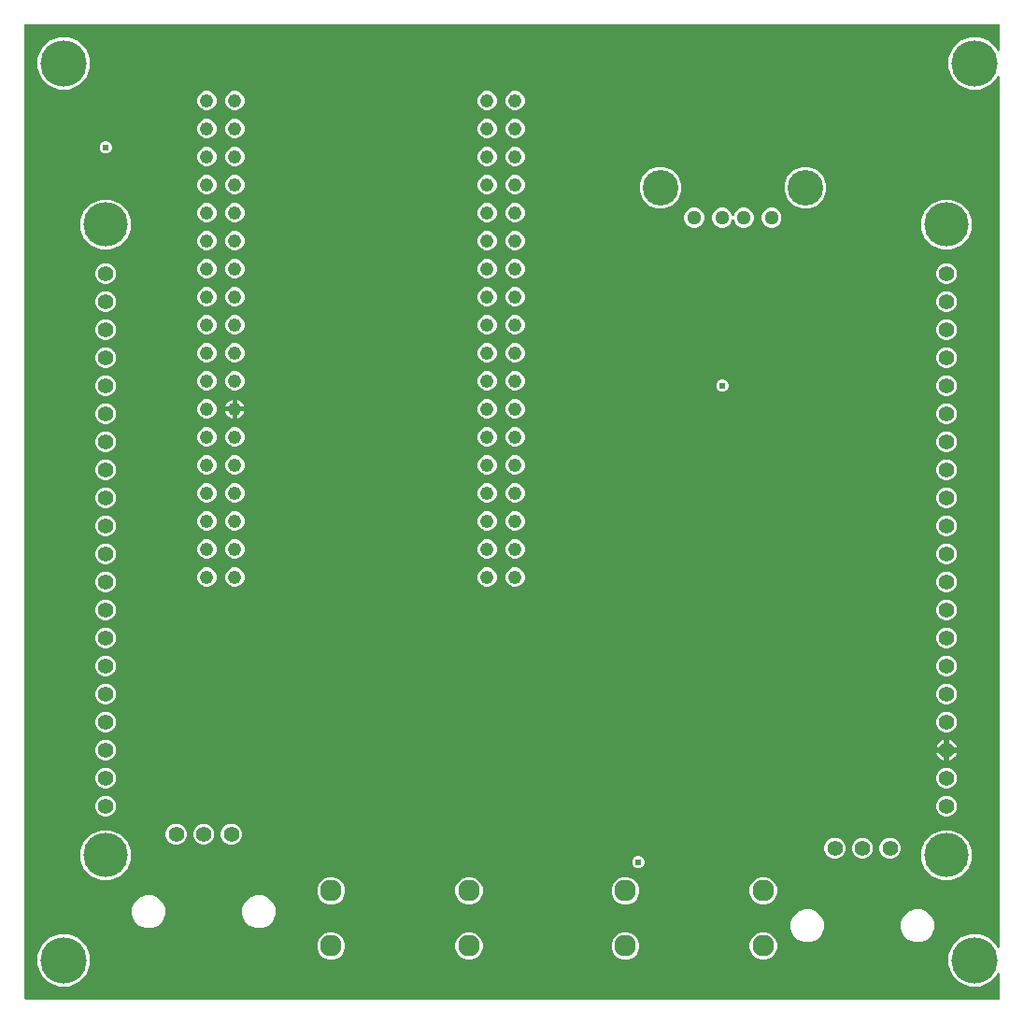
<source format=gbr>
G04 EAGLE Gerber RS-274X export*
G75*
%MOMM*%
%FSLAX34Y34*%
%LPD*%
%INCopper Layer 15*%
%IPPOS*%
%AMOC8*
5,1,8,0,0,1.08239X$1,22.5*%
G01*
%ADD10C,1.400000*%
%ADD11C,4.016000*%
%ADD12C,1.288000*%
%ADD13C,3.220000*%
%ADD14C,4.191000*%
%ADD15C,1.960000*%
%ADD16C,1.244600*%
%ADD17C,0.609600*%

G36*
X885308Y2556D02*
X885308Y2556D01*
X885427Y2563D01*
X885465Y2576D01*
X885506Y2581D01*
X885616Y2624D01*
X885729Y2661D01*
X885764Y2683D01*
X885801Y2698D01*
X885897Y2767D01*
X885998Y2831D01*
X886026Y2861D01*
X886059Y2884D01*
X886135Y2976D01*
X886216Y3063D01*
X886236Y3098D01*
X886261Y3129D01*
X886312Y3237D01*
X886370Y3341D01*
X886380Y3381D01*
X886397Y3417D01*
X886419Y3534D01*
X886449Y3649D01*
X886453Y3709D01*
X886457Y3729D01*
X886455Y3750D01*
X886459Y3810D01*
X886459Y25509D01*
X886451Y25578D01*
X886452Y25648D01*
X886431Y25735D01*
X886419Y25824D01*
X886394Y25889D01*
X886377Y25957D01*
X886335Y26037D01*
X886302Y26120D01*
X886261Y26177D01*
X886229Y26238D01*
X886168Y26305D01*
X886116Y26378D01*
X886062Y26422D01*
X886015Y26474D01*
X885940Y26523D01*
X885871Y26580D01*
X885807Y26610D01*
X885749Y26648D01*
X885664Y26678D01*
X885583Y26716D01*
X885514Y26729D01*
X885448Y26752D01*
X885359Y26759D01*
X885271Y26776D01*
X885201Y26771D01*
X885131Y26777D01*
X885043Y26761D01*
X884953Y26756D01*
X884887Y26734D01*
X884818Y26722D01*
X884736Y26686D01*
X884651Y26658D01*
X884592Y26621D01*
X884528Y26592D01*
X884458Y26536D01*
X884382Y26488D01*
X884334Y26437D01*
X884280Y26393D01*
X884225Y26321D01*
X884164Y26256D01*
X884130Y26195D01*
X884088Y26139D01*
X884017Y25995D01*
X883519Y24791D01*
X876909Y18181D01*
X868274Y14604D01*
X858926Y14604D01*
X850291Y18181D01*
X843681Y24791D01*
X840104Y33426D01*
X840104Y42774D01*
X843681Y51409D01*
X850291Y58019D01*
X858926Y61596D01*
X868274Y61596D01*
X876909Y58019D01*
X883519Y51409D01*
X884017Y50205D01*
X884052Y50145D01*
X884078Y50080D01*
X884130Y50007D01*
X884175Y49929D01*
X884223Y49879D01*
X884264Y49822D01*
X884334Y49765D01*
X884396Y49701D01*
X884456Y49664D01*
X884509Y49620D01*
X884591Y49581D01*
X884667Y49534D01*
X884734Y49514D01*
X884797Y49484D01*
X884885Y49467D01*
X884971Y49441D01*
X885041Y49437D01*
X885110Y49424D01*
X885199Y49430D01*
X885289Y49426D01*
X885357Y49440D01*
X885427Y49444D01*
X885512Y49472D01*
X885600Y49490D01*
X885663Y49521D01*
X885729Y49542D01*
X885805Y49590D01*
X885886Y49630D01*
X885939Y49675D01*
X885998Y49712D01*
X886060Y49778D01*
X886128Y49836D01*
X886168Y49893D01*
X886216Y49944D01*
X886259Y50023D01*
X886311Y50096D01*
X886336Y50161D01*
X886370Y50222D01*
X886392Y50309D01*
X886424Y50393D01*
X886432Y50463D01*
X886449Y50530D01*
X886459Y50691D01*
X886459Y838309D01*
X886451Y838378D01*
X886452Y838448D01*
X886431Y838535D01*
X886419Y838624D01*
X886394Y838689D01*
X886377Y838757D01*
X886335Y838837D01*
X886302Y838920D01*
X886261Y838977D01*
X886229Y839038D01*
X886168Y839105D01*
X886116Y839178D01*
X886062Y839222D01*
X886015Y839274D01*
X885940Y839323D01*
X885871Y839380D01*
X885807Y839410D01*
X885749Y839448D01*
X885664Y839478D01*
X885583Y839516D01*
X885514Y839529D01*
X885448Y839552D01*
X885359Y839559D01*
X885271Y839576D01*
X885201Y839571D01*
X885131Y839577D01*
X885043Y839561D01*
X884953Y839556D01*
X884887Y839534D01*
X884818Y839522D01*
X884736Y839486D01*
X884651Y839458D01*
X884592Y839421D01*
X884528Y839392D01*
X884458Y839336D01*
X884382Y839288D01*
X884334Y839237D01*
X884280Y839193D01*
X884225Y839121D01*
X884164Y839056D01*
X884130Y838995D01*
X884088Y838939D01*
X884017Y838795D01*
X883519Y837591D01*
X876909Y830981D01*
X868274Y827404D01*
X858926Y827404D01*
X850291Y830981D01*
X843681Y837591D01*
X840104Y846226D01*
X840104Y855574D01*
X843681Y864209D01*
X850291Y870819D01*
X858926Y874396D01*
X868274Y874396D01*
X876909Y870819D01*
X883519Y864209D01*
X884017Y863005D01*
X884052Y862945D01*
X884078Y862880D01*
X884130Y862807D01*
X884175Y862729D01*
X884223Y862679D01*
X884264Y862622D01*
X884334Y862565D01*
X884396Y862501D01*
X884456Y862464D01*
X884509Y862420D01*
X884591Y862381D01*
X884667Y862334D01*
X884734Y862314D01*
X884797Y862284D01*
X884885Y862267D01*
X884971Y862241D01*
X885041Y862237D01*
X885110Y862224D01*
X885199Y862230D01*
X885289Y862226D01*
X885357Y862240D01*
X885427Y862244D01*
X885512Y862272D01*
X885600Y862290D01*
X885663Y862321D01*
X885729Y862342D01*
X885805Y862390D01*
X885886Y862430D01*
X885939Y862475D01*
X885998Y862512D01*
X886060Y862578D01*
X886128Y862636D01*
X886168Y862693D01*
X886216Y862744D01*
X886259Y862823D01*
X886311Y862896D01*
X886336Y862961D01*
X886370Y863022D01*
X886392Y863109D01*
X886424Y863193D01*
X886432Y863263D01*
X886449Y863330D01*
X886459Y863491D01*
X886459Y885190D01*
X886444Y885308D01*
X886437Y885427D01*
X886424Y885465D01*
X886419Y885506D01*
X886376Y885616D01*
X886339Y885729D01*
X886317Y885764D01*
X886302Y885801D01*
X886233Y885897D01*
X886169Y885998D01*
X886139Y886026D01*
X886116Y886059D01*
X886024Y886135D01*
X885937Y886216D01*
X885902Y886236D01*
X885871Y886261D01*
X885763Y886312D01*
X885659Y886370D01*
X885619Y886380D01*
X885583Y886397D01*
X885466Y886419D01*
X885351Y886449D01*
X885291Y886453D01*
X885271Y886457D01*
X885250Y886455D01*
X885190Y886459D01*
X3810Y886459D01*
X3692Y886444D01*
X3573Y886437D01*
X3535Y886424D01*
X3494Y886419D01*
X3384Y886376D01*
X3271Y886339D01*
X3236Y886317D01*
X3199Y886302D01*
X3103Y886233D01*
X3002Y886169D01*
X2974Y886139D01*
X2941Y886116D01*
X2865Y886024D01*
X2784Y885937D01*
X2764Y885902D01*
X2739Y885871D01*
X2688Y885763D01*
X2630Y885659D01*
X2620Y885619D01*
X2603Y885583D01*
X2581Y885466D01*
X2551Y885351D01*
X2547Y885291D01*
X2543Y885271D01*
X2545Y885250D01*
X2541Y885190D01*
X2541Y3810D01*
X2556Y3692D01*
X2563Y3573D01*
X2576Y3535D01*
X2581Y3494D01*
X2624Y3384D01*
X2661Y3271D01*
X2683Y3236D01*
X2698Y3199D01*
X2767Y3103D01*
X2831Y3002D01*
X2861Y2974D01*
X2884Y2941D01*
X2976Y2865D01*
X3063Y2784D01*
X3098Y2764D01*
X3129Y2739D01*
X3237Y2688D01*
X3341Y2630D01*
X3381Y2620D01*
X3417Y2603D01*
X3534Y2581D01*
X3649Y2551D01*
X3709Y2547D01*
X3729Y2543D01*
X3750Y2545D01*
X3810Y2541D01*
X885190Y2541D01*
X885308Y2556D01*
G37*
%LPC*%
G36*
X33426Y827404D02*
X33426Y827404D01*
X24791Y830981D01*
X18181Y837591D01*
X14604Y846226D01*
X14604Y855574D01*
X18181Y864209D01*
X24791Y870819D01*
X33426Y874396D01*
X42774Y874396D01*
X51409Y870819D01*
X58019Y864209D01*
X61596Y855574D01*
X61596Y846226D01*
X58019Y837591D01*
X51409Y830981D01*
X42774Y827404D01*
X33426Y827404D01*
G37*
%LPD*%
%LPC*%
G36*
X33426Y14604D02*
X33426Y14604D01*
X24791Y18181D01*
X18181Y24791D01*
X14604Y33426D01*
X14604Y42774D01*
X18181Y51409D01*
X24791Y58019D01*
X33426Y61596D01*
X42774Y61596D01*
X51409Y58019D01*
X58019Y51409D01*
X61596Y42774D01*
X61596Y33426D01*
X58019Y24791D01*
X51409Y18181D01*
X42774Y14604D01*
X33426Y14604D01*
G37*
%LPD*%
%LPC*%
G36*
X833700Y110729D02*
X833700Y110729D01*
X825386Y114173D01*
X819023Y120536D01*
X815579Y128850D01*
X815579Y137850D01*
X819023Y146164D01*
X825386Y152527D01*
X833700Y155971D01*
X842700Y155971D01*
X851014Y152527D01*
X857377Y146164D01*
X860821Y137850D01*
X860821Y128850D01*
X857377Y120536D01*
X851014Y114173D01*
X842700Y110729D01*
X833700Y110729D01*
G37*
%LPD*%
%LPC*%
G36*
X71700Y110729D02*
X71700Y110729D01*
X63386Y114173D01*
X57023Y120536D01*
X53579Y128850D01*
X53579Y137850D01*
X57023Y146164D01*
X63386Y152527D01*
X71700Y155971D01*
X80700Y155971D01*
X89014Y152527D01*
X95377Y146164D01*
X98821Y137850D01*
X98821Y128850D01*
X95377Y120536D01*
X89014Y114173D01*
X80700Y110729D01*
X71700Y110729D01*
G37*
%LPD*%
%LPC*%
G36*
X833700Y682229D02*
X833700Y682229D01*
X825386Y685673D01*
X819023Y692036D01*
X815579Y700350D01*
X815579Y709350D01*
X819023Y717664D01*
X825386Y724027D01*
X833700Y727471D01*
X842700Y727471D01*
X851014Y724027D01*
X857377Y717664D01*
X860821Y709350D01*
X860821Y700350D01*
X857377Y692036D01*
X851014Y685673D01*
X842700Y682229D01*
X833700Y682229D01*
G37*
%LPD*%
%LPC*%
G36*
X71700Y682229D02*
X71700Y682229D01*
X63386Y685673D01*
X57023Y692036D01*
X53579Y700350D01*
X53579Y709350D01*
X57023Y717664D01*
X63386Y724027D01*
X71700Y727471D01*
X80700Y727471D01*
X89014Y724027D01*
X95377Y717664D01*
X98821Y709350D01*
X98821Y700350D01*
X95377Y692036D01*
X89014Y685673D01*
X80700Y682229D01*
X71700Y682229D01*
G37*
%LPD*%
%LPC*%
G36*
X575192Y719659D02*
X575192Y719659D01*
X568341Y722497D01*
X563097Y727741D01*
X560259Y734592D01*
X560259Y742008D01*
X563097Y748859D01*
X568341Y754103D01*
X575192Y756941D01*
X582608Y756941D01*
X589459Y754103D01*
X594703Y748859D01*
X597541Y742008D01*
X597541Y734592D01*
X594703Y727741D01*
X589459Y722497D01*
X582608Y719659D01*
X575192Y719659D01*
G37*
%LPD*%
%LPC*%
G36*
X706592Y719659D02*
X706592Y719659D01*
X699741Y722497D01*
X694497Y727741D01*
X691659Y734592D01*
X691659Y742008D01*
X694497Y748859D01*
X699741Y754103D01*
X706592Y756941D01*
X714008Y756941D01*
X720859Y754103D01*
X726103Y748859D01*
X728941Y742008D01*
X728941Y734592D01*
X726103Y727741D01*
X720859Y722497D01*
X714008Y719659D01*
X706592Y719659D01*
G37*
%LPD*%
%LPC*%
G36*
X212108Y67359D02*
X212108Y67359D01*
X206580Y69649D01*
X202349Y73880D01*
X200059Y79408D01*
X200059Y85392D01*
X202349Y90920D01*
X206580Y95151D01*
X212108Y97441D01*
X218092Y97441D01*
X223620Y95151D01*
X227851Y90920D01*
X230141Y85392D01*
X230141Y79408D01*
X227851Y73880D01*
X223620Y69649D01*
X218092Y67359D01*
X212108Y67359D01*
G37*
%LPD*%
%LPC*%
G36*
X809008Y54659D02*
X809008Y54659D01*
X803480Y56949D01*
X799249Y61180D01*
X796959Y66708D01*
X796959Y72692D01*
X799249Y78220D01*
X803480Y82451D01*
X809008Y84741D01*
X814992Y84741D01*
X820520Y82451D01*
X824751Y78220D01*
X827041Y72692D01*
X827041Y66708D01*
X824751Y61180D01*
X820520Y56949D01*
X814992Y54659D01*
X809008Y54659D01*
G37*
%LPD*%
%LPC*%
G36*
X709008Y54659D02*
X709008Y54659D01*
X703480Y56949D01*
X699249Y61180D01*
X696959Y66708D01*
X696959Y72692D01*
X699249Y78220D01*
X703480Y82451D01*
X709008Y84741D01*
X714992Y84741D01*
X720520Y82451D01*
X724751Y78220D01*
X727041Y72692D01*
X727041Y66708D01*
X724751Y61180D01*
X720520Y56949D01*
X714992Y54659D01*
X709008Y54659D01*
G37*
%LPD*%
%LPC*%
G36*
X112108Y67359D02*
X112108Y67359D01*
X106580Y69649D01*
X102349Y73880D01*
X100059Y79408D01*
X100059Y85392D01*
X102349Y90920D01*
X106580Y95151D01*
X112108Y97441D01*
X118092Y97441D01*
X123620Y95151D01*
X127851Y90920D01*
X130141Y85392D01*
X130141Y79408D01*
X127851Y73880D01*
X123620Y69649D01*
X118092Y67359D01*
X112108Y67359D01*
G37*
%LPD*%
%LPC*%
G36*
X632814Y702219D02*
X632814Y702219D01*
X629513Y703586D01*
X626986Y706113D01*
X625619Y709414D01*
X625619Y712986D01*
X626986Y716287D01*
X629513Y718814D01*
X632814Y720181D01*
X636386Y720181D01*
X639687Y718814D01*
X642214Y716287D01*
X643427Y713357D01*
X643496Y713236D01*
X643561Y713113D01*
X643575Y713098D01*
X643585Y713080D01*
X643682Y712980D01*
X643775Y712878D01*
X643792Y712866D01*
X643806Y712852D01*
X643924Y712779D01*
X644041Y712703D01*
X644060Y712696D01*
X644077Y712686D01*
X644210Y712645D01*
X644342Y712600D01*
X644362Y712598D01*
X644381Y712592D01*
X644520Y712585D01*
X644659Y712574D01*
X644679Y712578D01*
X644699Y712577D01*
X644835Y712605D01*
X644972Y712629D01*
X644991Y712637D01*
X645010Y712641D01*
X645135Y712702D01*
X645262Y712759D01*
X645278Y712772D01*
X645296Y712781D01*
X645402Y712871D01*
X645510Y712958D01*
X645523Y712974D01*
X645538Y712987D01*
X645618Y713101D01*
X645702Y713212D01*
X645714Y713237D01*
X645721Y713247D01*
X645728Y713267D01*
X645773Y713357D01*
X646986Y716287D01*
X649513Y718814D01*
X652814Y720181D01*
X656386Y720181D01*
X659687Y718814D01*
X662214Y716287D01*
X663581Y712986D01*
X663581Y709414D01*
X662214Y706113D01*
X659687Y703586D01*
X656386Y702219D01*
X652814Y702219D01*
X649513Y703586D01*
X646986Y706113D01*
X645773Y709043D01*
X645704Y709164D01*
X645639Y709287D01*
X645625Y709302D01*
X645615Y709320D01*
X645518Y709420D01*
X645425Y709522D01*
X645408Y709533D01*
X645394Y709548D01*
X645275Y709621D01*
X645159Y709697D01*
X645140Y709704D01*
X645123Y709714D01*
X644990Y709755D01*
X644858Y709800D01*
X644838Y709802D01*
X644819Y709808D01*
X644680Y709815D01*
X644541Y709826D01*
X644521Y709822D01*
X644501Y709823D01*
X644365Y709795D01*
X644228Y709771D01*
X644209Y709763D01*
X644190Y709759D01*
X644064Y709697D01*
X643938Y709641D01*
X643922Y709628D01*
X643904Y709619D01*
X643798Y709529D01*
X643690Y709442D01*
X643677Y709426D01*
X643662Y709413D01*
X643582Y709299D01*
X643498Y709188D01*
X643486Y709163D01*
X643479Y709153D01*
X643472Y709133D01*
X643427Y709043D01*
X642214Y706113D01*
X639687Y703586D01*
X636386Y702219D01*
X632814Y702219D01*
G37*
%LPD*%
%LPC*%
G36*
X669645Y88859D02*
X669645Y88859D01*
X665110Y90738D01*
X661638Y94210D01*
X659759Y98745D01*
X659759Y103655D01*
X661638Y108190D01*
X665110Y111662D01*
X669645Y113541D01*
X674555Y113541D01*
X679090Y111662D01*
X682562Y108190D01*
X684441Y103655D01*
X684441Y98745D01*
X682562Y94210D01*
X679090Y90738D01*
X674555Y88859D01*
X669645Y88859D01*
G37*
%LPD*%
%LPC*%
G36*
X402945Y38859D02*
X402945Y38859D01*
X398410Y40738D01*
X394938Y44210D01*
X393059Y48745D01*
X393059Y53655D01*
X394938Y58190D01*
X398410Y61662D01*
X402945Y63541D01*
X407855Y63541D01*
X412390Y61662D01*
X415862Y58190D01*
X417741Y53655D01*
X417741Y48745D01*
X415862Y44210D01*
X412390Y40738D01*
X407855Y38859D01*
X402945Y38859D01*
G37*
%LPD*%
%LPC*%
G36*
X402945Y88859D02*
X402945Y88859D01*
X398410Y90738D01*
X394938Y94210D01*
X393059Y98745D01*
X393059Y103655D01*
X394938Y108190D01*
X398410Y111662D01*
X402945Y113541D01*
X407855Y113541D01*
X412390Y111662D01*
X415862Y108190D01*
X417741Y103655D01*
X417741Y98745D01*
X415862Y94210D01*
X412390Y90738D01*
X407855Y88859D01*
X402945Y88859D01*
G37*
%LPD*%
%LPC*%
G36*
X277945Y88859D02*
X277945Y88859D01*
X273410Y90738D01*
X269938Y94210D01*
X268059Y98745D01*
X268059Y103655D01*
X269938Y108190D01*
X273410Y111662D01*
X277945Y113541D01*
X282855Y113541D01*
X287390Y111662D01*
X290862Y108190D01*
X292741Y103655D01*
X292741Y98745D01*
X290862Y94210D01*
X287390Y90738D01*
X282855Y88859D01*
X277945Y88859D01*
G37*
%LPD*%
%LPC*%
G36*
X544645Y38859D02*
X544645Y38859D01*
X540110Y40738D01*
X536638Y44210D01*
X534759Y48745D01*
X534759Y53655D01*
X536638Y58190D01*
X540110Y61662D01*
X544645Y63541D01*
X549555Y63541D01*
X554090Y61662D01*
X557562Y58190D01*
X559441Y53655D01*
X559441Y48745D01*
X557562Y44210D01*
X554090Y40738D01*
X549555Y38859D01*
X544645Y38859D01*
G37*
%LPD*%
%LPC*%
G36*
X669645Y38859D02*
X669645Y38859D01*
X665110Y40738D01*
X661638Y44210D01*
X659759Y48745D01*
X659759Y53655D01*
X661638Y58190D01*
X665110Y61662D01*
X669645Y63541D01*
X674555Y63541D01*
X679090Y61662D01*
X682562Y58190D01*
X684441Y53655D01*
X684441Y48745D01*
X682562Y44210D01*
X679090Y40738D01*
X674555Y38859D01*
X669645Y38859D01*
G37*
%LPD*%
%LPC*%
G36*
X277945Y38859D02*
X277945Y38859D01*
X273410Y40738D01*
X269938Y44210D01*
X268059Y48745D01*
X268059Y53655D01*
X269938Y58190D01*
X273410Y61662D01*
X277945Y63541D01*
X282855Y63541D01*
X287390Y61662D01*
X290862Y58190D01*
X292741Y53655D01*
X292741Y48745D01*
X290862Y44210D01*
X287390Y40738D01*
X282855Y38859D01*
X277945Y38859D01*
G37*
%LPD*%
%LPC*%
G36*
X544645Y88859D02*
X544645Y88859D01*
X540110Y90738D01*
X536638Y94210D01*
X534759Y98745D01*
X534759Y103655D01*
X536638Y108190D01*
X540110Y111662D01*
X544645Y113541D01*
X549555Y113541D01*
X554090Y111662D01*
X557562Y108190D01*
X559441Y103655D01*
X559441Y98745D01*
X557562Y94210D01*
X554090Y90738D01*
X549555Y88859D01*
X544645Y88859D01*
G37*
%LPD*%
%LPC*%
G36*
X735102Y130159D02*
X735102Y130159D01*
X731596Y131612D01*
X728912Y134296D01*
X727459Y137802D01*
X727459Y141598D01*
X728912Y145104D01*
X731596Y147788D01*
X735102Y149241D01*
X738898Y149241D01*
X742404Y147788D01*
X745088Y145104D01*
X746541Y141598D01*
X746541Y137802D01*
X745088Y134296D01*
X742404Y131612D01*
X738898Y130159D01*
X735102Y130159D01*
G37*
%LPD*%
%LPC*%
G36*
X138202Y142859D02*
X138202Y142859D01*
X134696Y144312D01*
X132012Y146996D01*
X130559Y150502D01*
X130559Y154298D01*
X132012Y157804D01*
X134696Y160488D01*
X138202Y161941D01*
X141998Y161941D01*
X145504Y160488D01*
X148188Y157804D01*
X149641Y154298D01*
X149641Y150502D01*
X148188Y146996D01*
X145504Y144312D01*
X141998Y142859D01*
X138202Y142859D01*
G37*
%LPD*%
%LPC*%
G36*
X163202Y142859D02*
X163202Y142859D01*
X159696Y144312D01*
X157012Y146996D01*
X155559Y150502D01*
X155559Y154298D01*
X157012Y157804D01*
X159696Y160488D01*
X163202Y161941D01*
X166998Y161941D01*
X170504Y160488D01*
X173188Y157804D01*
X174641Y154298D01*
X174641Y150502D01*
X173188Y146996D01*
X170504Y144312D01*
X166998Y142859D01*
X163202Y142859D01*
G37*
%LPD*%
%LPC*%
G36*
X188202Y142859D02*
X188202Y142859D01*
X184696Y144312D01*
X182012Y146996D01*
X180559Y150502D01*
X180559Y154298D01*
X182012Y157804D01*
X184696Y160488D01*
X188202Y161941D01*
X191998Y161941D01*
X195504Y160488D01*
X198188Y157804D01*
X199641Y154298D01*
X199641Y150502D01*
X198188Y146996D01*
X195504Y144312D01*
X191998Y142859D01*
X188202Y142859D01*
G37*
%LPD*%
%LPC*%
G36*
X74302Y168259D02*
X74302Y168259D01*
X70796Y169712D01*
X68112Y172396D01*
X66659Y175902D01*
X66659Y179698D01*
X68112Y183204D01*
X70796Y185888D01*
X74302Y187341D01*
X78098Y187341D01*
X81604Y185888D01*
X84288Y183204D01*
X85741Y179698D01*
X85741Y175902D01*
X84288Y172396D01*
X81604Y169712D01*
X78098Y168259D01*
X74302Y168259D01*
G37*
%LPD*%
%LPC*%
G36*
X785102Y130159D02*
X785102Y130159D01*
X781596Y131612D01*
X778912Y134296D01*
X777459Y137802D01*
X777459Y141598D01*
X778912Y145104D01*
X781596Y147788D01*
X785102Y149241D01*
X788898Y149241D01*
X792404Y147788D01*
X795088Y145104D01*
X796541Y141598D01*
X796541Y137802D01*
X795088Y134296D01*
X792404Y131612D01*
X788898Y130159D01*
X785102Y130159D01*
G37*
%LPD*%
%LPC*%
G36*
X836302Y523859D02*
X836302Y523859D01*
X832796Y525312D01*
X830112Y527996D01*
X828659Y531502D01*
X828659Y535298D01*
X830112Y538804D01*
X832796Y541488D01*
X836302Y542941D01*
X840098Y542941D01*
X843604Y541488D01*
X846288Y538804D01*
X847741Y535298D01*
X847741Y531502D01*
X846288Y527996D01*
X843604Y525312D01*
X840098Y523859D01*
X836302Y523859D01*
G37*
%LPD*%
%LPC*%
G36*
X74302Y523859D02*
X74302Y523859D01*
X70796Y525312D01*
X68112Y527996D01*
X66659Y531502D01*
X66659Y535298D01*
X68112Y538804D01*
X70796Y541488D01*
X74302Y542941D01*
X78098Y542941D01*
X81604Y541488D01*
X84288Y538804D01*
X85741Y535298D01*
X85741Y531502D01*
X84288Y527996D01*
X81604Y525312D01*
X78098Y523859D01*
X74302Y523859D01*
G37*
%LPD*%
%LPC*%
G36*
X836302Y168259D02*
X836302Y168259D01*
X832796Y169712D01*
X830112Y172396D01*
X828659Y175902D01*
X828659Y179698D01*
X830112Y183204D01*
X832796Y185888D01*
X836302Y187341D01*
X840098Y187341D01*
X843604Y185888D01*
X846288Y183204D01*
X847741Y179698D01*
X847741Y175902D01*
X846288Y172396D01*
X843604Y169712D01*
X840098Y168259D01*
X836302Y168259D01*
G37*
%LPD*%
%LPC*%
G36*
X74302Y193659D02*
X74302Y193659D01*
X70796Y195112D01*
X68112Y197796D01*
X66659Y201302D01*
X66659Y205098D01*
X68112Y208604D01*
X70796Y211288D01*
X74302Y212741D01*
X78098Y212741D01*
X81604Y211288D01*
X84288Y208604D01*
X85741Y205098D01*
X85741Y201302D01*
X84288Y197796D01*
X81604Y195112D01*
X78098Y193659D01*
X74302Y193659D01*
G37*
%LPD*%
%LPC*%
G36*
X836302Y193659D02*
X836302Y193659D01*
X832796Y195112D01*
X830112Y197796D01*
X828659Y201302D01*
X828659Y205098D01*
X830112Y208604D01*
X832796Y211288D01*
X836302Y212741D01*
X840098Y212741D01*
X843604Y211288D01*
X846288Y208604D01*
X847741Y205098D01*
X847741Y201302D01*
X846288Y197796D01*
X843604Y195112D01*
X840098Y193659D01*
X836302Y193659D01*
G37*
%LPD*%
%LPC*%
G36*
X74302Y219059D02*
X74302Y219059D01*
X70796Y220512D01*
X68112Y223196D01*
X66659Y226702D01*
X66659Y230498D01*
X68112Y234004D01*
X70796Y236688D01*
X74302Y238141D01*
X78098Y238141D01*
X81604Y236688D01*
X84288Y234004D01*
X85741Y230498D01*
X85741Y226702D01*
X84288Y223196D01*
X81604Y220512D01*
X78098Y219059D01*
X74302Y219059D01*
G37*
%LPD*%
%LPC*%
G36*
X74302Y244459D02*
X74302Y244459D01*
X70796Y245912D01*
X68112Y248596D01*
X66659Y252102D01*
X66659Y255898D01*
X68112Y259404D01*
X70796Y262088D01*
X74302Y263541D01*
X78098Y263541D01*
X81604Y262088D01*
X84288Y259404D01*
X85741Y255898D01*
X85741Y252102D01*
X84288Y248596D01*
X81604Y245912D01*
X78098Y244459D01*
X74302Y244459D01*
G37*
%LPD*%
%LPC*%
G36*
X836302Y244459D02*
X836302Y244459D01*
X832796Y245912D01*
X830112Y248596D01*
X828659Y252102D01*
X828659Y255898D01*
X830112Y259404D01*
X832796Y262088D01*
X836302Y263541D01*
X840098Y263541D01*
X843604Y262088D01*
X846288Y259404D01*
X847741Y255898D01*
X847741Y252102D01*
X846288Y248596D01*
X843604Y245912D01*
X840098Y244459D01*
X836302Y244459D01*
G37*
%LPD*%
%LPC*%
G36*
X74302Y269859D02*
X74302Y269859D01*
X70796Y271312D01*
X68112Y273996D01*
X66659Y277502D01*
X66659Y281298D01*
X68112Y284804D01*
X70796Y287488D01*
X74302Y288941D01*
X78098Y288941D01*
X81604Y287488D01*
X84288Y284804D01*
X85741Y281298D01*
X85741Y277502D01*
X84288Y273996D01*
X81604Y271312D01*
X78098Y269859D01*
X74302Y269859D01*
G37*
%LPD*%
%LPC*%
G36*
X836302Y269859D02*
X836302Y269859D01*
X832796Y271312D01*
X830112Y273996D01*
X828659Y277502D01*
X828659Y281298D01*
X830112Y284804D01*
X832796Y287488D01*
X836302Y288941D01*
X840098Y288941D01*
X843604Y287488D01*
X846288Y284804D01*
X847741Y281298D01*
X847741Y277502D01*
X846288Y273996D01*
X843604Y271312D01*
X840098Y269859D01*
X836302Y269859D01*
G37*
%LPD*%
%LPC*%
G36*
X836302Y650859D02*
X836302Y650859D01*
X832796Y652312D01*
X830112Y654996D01*
X828659Y658502D01*
X828659Y662298D01*
X830112Y665804D01*
X832796Y668488D01*
X836302Y669941D01*
X840098Y669941D01*
X843604Y668488D01*
X846288Y665804D01*
X847741Y662298D01*
X847741Y658502D01*
X846288Y654996D01*
X843604Y652312D01*
X840098Y650859D01*
X836302Y650859D01*
G37*
%LPD*%
%LPC*%
G36*
X74302Y650859D02*
X74302Y650859D01*
X70796Y652312D01*
X68112Y654996D01*
X66659Y658502D01*
X66659Y662298D01*
X68112Y665804D01*
X70796Y668488D01*
X74302Y669941D01*
X78098Y669941D01*
X81604Y668488D01*
X84288Y665804D01*
X85741Y662298D01*
X85741Y658502D01*
X84288Y654996D01*
X81604Y652312D01*
X78098Y650859D01*
X74302Y650859D01*
G37*
%LPD*%
%LPC*%
G36*
X74302Y295259D02*
X74302Y295259D01*
X70796Y296712D01*
X68112Y299396D01*
X66659Y302902D01*
X66659Y306698D01*
X68112Y310204D01*
X70796Y312888D01*
X74302Y314341D01*
X78098Y314341D01*
X81604Y312888D01*
X84288Y310204D01*
X85741Y306698D01*
X85741Y302902D01*
X84288Y299396D01*
X81604Y296712D01*
X78098Y295259D01*
X74302Y295259D01*
G37*
%LPD*%
%LPC*%
G36*
X836302Y295259D02*
X836302Y295259D01*
X832796Y296712D01*
X830112Y299396D01*
X828659Y302902D01*
X828659Y306698D01*
X830112Y310204D01*
X832796Y312888D01*
X836302Y314341D01*
X840098Y314341D01*
X843604Y312888D01*
X846288Y310204D01*
X847741Y306698D01*
X847741Y302902D01*
X846288Y299396D01*
X843604Y296712D01*
X840098Y295259D01*
X836302Y295259D01*
G37*
%LPD*%
%LPC*%
G36*
X74302Y320659D02*
X74302Y320659D01*
X70796Y322112D01*
X68112Y324796D01*
X66659Y328302D01*
X66659Y332098D01*
X68112Y335604D01*
X70796Y338288D01*
X74302Y339741D01*
X78098Y339741D01*
X81604Y338288D01*
X84288Y335604D01*
X85741Y332098D01*
X85741Y328302D01*
X84288Y324796D01*
X81604Y322112D01*
X78098Y320659D01*
X74302Y320659D01*
G37*
%LPD*%
%LPC*%
G36*
X836302Y320659D02*
X836302Y320659D01*
X832796Y322112D01*
X830112Y324796D01*
X828659Y328302D01*
X828659Y332098D01*
X830112Y335604D01*
X832796Y338288D01*
X836302Y339741D01*
X840098Y339741D01*
X843604Y338288D01*
X846288Y335604D01*
X847741Y332098D01*
X847741Y328302D01*
X846288Y324796D01*
X843604Y322112D01*
X840098Y320659D01*
X836302Y320659D01*
G37*
%LPD*%
%LPC*%
G36*
X836302Y625459D02*
X836302Y625459D01*
X832796Y626912D01*
X830112Y629596D01*
X828659Y633102D01*
X828659Y636898D01*
X830112Y640404D01*
X832796Y643088D01*
X836302Y644541D01*
X840098Y644541D01*
X843604Y643088D01*
X846288Y640404D01*
X847741Y636898D01*
X847741Y633102D01*
X846288Y629596D01*
X843604Y626912D01*
X840098Y625459D01*
X836302Y625459D01*
G37*
%LPD*%
%LPC*%
G36*
X74302Y625459D02*
X74302Y625459D01*
X70796Y626912D01*
X68112Y629596D01*
X66659Y633102D01*
X66659Y636898D01*
X68112Y640404D01*
X70796Y643088D01*
X74302Y644541D01*
X78098Y644541D01*
X81604Y643088D01*
X84288Y640404D01*
X85741Y636898D01*
X85741Y633102D01*
X84288Y629596D01*
X81604Y626912D01*
X78098Y625459D01*
X74302Y625459D01*
G37*
%LPD*%
%LPC*%
G36*
X74302Y346059D02*
X74302Y346059D01*
X70796Y347512D01*
X68112Y350196D01*
X66659Y353702D01*
X66659Y357498D01*
X68112Y361004D01*
X70796Y363688D01*
X74302Y365141D01*
X78098Y365141D01*
X81604Y363688D01*
X84288Y361004D01*
X85741Y357498D01*
X85741Y353702D01*
X84288Y350196D01*
X81604Y347512D01*
X78098Y346059D01*
X74302Y346059D01*
G37*
%LPD*%
%LPC*%
G36*
X836302Y346059D02*
X836302Y346059D01*
X832796Y347512D01*
X830112Y350196D01*
X828659Y353702D01*
X828659Y357498D01*
X830112Y361004D01*
X832796Y363688D01*
X836302Y365141D01*
X840098Y365141D01*
X843604Y363688D01*
X846288Y361004D01*
X847741Y357498D01*
X847741Y353702D01*
X846288Y350196D01*
X843604Y347512D01*
X840098Y346059D01*
X836302Y346059D01*
G37*
%LPD*%
%LPC*%
G36*
X74302Y371459D02*
X74302Y371459D01*
X70796Y372912D01*
X68112Y375596D01*
X66659Y379102D01*
X66659Y382898D01*
X68112Y386404D01*
X70796Y389088D01*
X74302Y390541D01*
X78098Y390541D01*
X81604Y389088D01*
X84288Y386404D01*
X85741Y382898D01*
X85741Y379102D01*
X84288Y375596D01*
X81604Y372912D01*
X78098Y371459D01*
X74302Y371459D01*
G37*
%LPD*%
%LPC*%
G36*
X836302Y371459D02*
X836302Y371459D01*
X832796Y372912D01*
X830112Y375596D01*
X828659Y379102D01*
X828659Y382898D01*
X830112Y386404D01*
X832796Y389088D01*
X836302Y390541D01*
X840098Y390541D01*
X843604Y389088D01*
X846288Y386404D01*
X847741Y382898D01*
X847741Y379102D01*
X846288Y375596D01*
X843604Y372912D01*
X840098Y371459D01*
X836302Y371459D01*
G37*
%LPD*%
%LPC*%
G36*
X836302Y600059D02*
X836302Y600059D01*
X832796Y601512D01*
X830112Y604196D01*
X828659Y607702D01*
X828659Y611498D01*
X830112Y615004D01*
X832796Y617688D01*
X836302Y619141D01*
X840098Y619141D01*
X843604Y617688D01*
X846288Y615004D01*
X847741Y611498D01*
X847741Y607702D01*
X846288Y604196D01*
X843604Y601512D01*
X840098Y600059D01*
X836302Y600059D01*
G37*
%LPD*%
%LPC*%
G36*
X74302Y600059D02*
X74302Y600059D01*
X70796Y601512D01*
X68112Y604196D01*
X66659Y607702D01*
X66659Y611498D01*
X68112Y615004D01*
X70796Y617688D01*
X74302Y619141D01*
X78098Y619141D01*
X81604Y617688D01*
X84288Y615004D01*
X85741Y611498D01*
X85741Y607702D01*
X84288Y604196D01*
X81604Y601512D01*
X78098Y600059D01*
X74302Y600059D01*
G37*
%LPD*%
%LPC*%
G36*
X74302Y396859D02*
X74302Y396859D01*
X70796Y398312D01*
X68112Y400996D01*
X66659Y404502D01*
X66659Y408298D01*
X68112Y411804D01*
X70796Y414488D01*
X74302Y415941D01*
X78098Y415941D01*
X81604Y414488D01*
X84288Y411804D01*
X85741Y408298D01*
X85741Y404502D01*
X84288Y400996D01*
X81604Y398312D01*
X78098Y396859D01*
X74302Y396859D01*
G37*
%LPD*%
%LPC*%
G36*
X836302Y396859D02*
X836302Y396859D01*
X832796Y398312D01*
X830112Y400996D01*
X828659Y404502D01*
X828659Y408298D01*
X830112Y411804D01*
X832796Y414488D01*
X836302Y415941D01*
X840098Y415941D01*
X843604Y414488D01*
X846288Y411804D01*
X847741Y408298D01*
X847741Y404502D01*
X846288Y400996D01*
X843604Y398312D01*
X840098Y396859D01*
X836302Y396859D01*
G37*
%LPD*%
%LPC*%
G36*
X74302Y422259D02*
X74302Y422259D01*
X70796Y423712D01*
X68112Y426396D01*
X66659Y429902D01*
X66659Y433698D01*
X68112Y437204D01*
X70796Y439888D01*
X74302Y441341D01*
X78098Y441341D01*
X81604Y439888D01*
X84288Y437204D01*
X85741Y433698D01*
X85741Y429902D01*
X84288Y426396D01*
X81604Y423712D01*
X78098Y422259D01*
X74302Y422259D01*
G37*
%LPD*%
%LPC*%
G36*
X836302Y422259D02*
X836302Y422259D01*
X832796Y423712D01*
X830112Y426396D01*
X828659Y429902D01*
X828659Y433698D01*
X830112Y437204D01*
X832796Y439888D01*
X836302Y441341D01*
X840098Y441341D01*
X843604Y439888D01*
X846288Y437204D01*
X847741Y433698D01*
X847741Y429902D01*
X846288Y426396D01*
X843604Y423712D01*
X840098Y422259D01*
X836302Y422259D01*
G37*
%LPD*%
%LPC*%
G36*
X836302Y574659D02*
X836302Y574659D01*
X832796Y576112D01*
X830112Y578796D01*
X828659Y582302D01*
X828659Y586098D01*
X830112Y589604D01*
X832796Y592288D01*
X836302Y593741D01*
X840098Y593741D01*
X843604Y592288D01*
X846288Y589604D01*
X847741Y586098D01*
X847741Y582302D01*
X846288Y578796D01*
X843604Y576112D01*
X840098Y574659D01*
X836302Y574659D01*
G37*
%LPD*%
%LPC*%
G36*
X74302Y574659D02*
X74302Y574659D01*
X70796Y576112D01*
X68112Y578796D01*
X66659Y582302D01*
X66659Y586098D01*
X68112Y589604D01*
X70796Y592288D01*
X74302Y593741D01*
X78098Y593741D01*
X81604Y592288D01*
X84288Y589604D01*
X85741Y586098D01*
X85741Y582302D01*
X84288Y578796D01*
X81604Y576112D01*
X78098Y574659D01*
X74302Y574659D01*
G37*
%LPD*%
%LPC*%
G36*
X74302Y447659D02*
X74302Y447659D01*
X70796Y449112D01*
X68112Y451796D01*
X66659Y455302D01*
X66659Y459098D01*
X68112Y462604D01*
X70796Y465288D01*
X74302Y466741D01*
X78098Y466741D01*
X81604Y465288D01*
X84288Y462604D01*
X85741Y459098D01*
X85741Y455302D01*
X84288Y451796D01*
X81604Y449112D01*
X78098Y447659D01*
X74302Y447659D01*
G37*
%LPD*%
%LPC*%
G36*
X836302Y447659D02*
X836302Y447659D01*
X832796Y449112D01*
X830112Y451796D01*
X828659Y455302D01*
X828659Y459098D01*
X830112Y462604D01*
X832796Y465288D01*
X836302Y466741D01*
X840098Y466741D01*
X843604Y465288D01*
X846288Y462604D01*
X847741Y459098D01*
X847741Y455302D01*
X846288Y451796D01*
X843604Y449112D01*
X840098Y447659D01*
X836302Y447659D01*
G37*
%LPD*%
%LPC*%
G36*
X74302Y473059D02*
X74302Y473059D01*
X70796Y474512D01*
X68112Y477196D01*
X66659Y480702D01*
X66659Y484498D01*
X68112Y488004D01*
X70796Y490688D01*
X74302Y492141D01*
X78098Y492141D01*
X81604Y490688D01*
X84288Y488004D01*
X85741Y484498D01*
X85741Y480702D01*
X84288Y477196D01*
X81604Y474512D01*
X78098Y473059D01*
X74302Y473059D01*
G37*
%LPD*%
%LPC*%
G36*
X836302Y473059D02*
X836302Y473059D01*
X832796Y474512D01*
X830112Y477196D01*
X828659Y480702D01*
X828659Y484498D01*
X830112Y488004D01*
X832796Y490688D01*
X836302Y492141D01*
X840098Y492141D01*
X843604Y490688D01*
X846288Y488004D01*
X847741Y484498D01*
X847741Y480702D01*
X846288Y477196D01*
X843604Y474512D01*
X840098Y473059D01*
X836302Y473059D01*
G37*
%LPD*%
%LPC*%
G36*
X836302Y549259D02*
X836302Y549259D01*
X832796Y550712D01*
X830112Y553396D01*
X828659Y556902D01*
X828659Y560698D01*
X830112Y564204D01*
X832796Y566888D01*
X836302Y568341D01*
X840098Y568341D01*
X843604Y566888D01*
X846288Y564204D01*
X847741Y560698D01*
X847741Y556902D01*
X846288Y553396D01*
X843604Y550712D01*
X840098Y549259D01*
X836302Y549259D01*
G37*
%LPD*%
%LPC*%
G36*
X74302Y549259D02*
X74302Y549259D01*
X70796Y550712D01*
X68112Y553396D01*
X66659Y556902D01*
X66659Y560698D01*
X68112Y564204D01*
X70796Y566888D01*
X74302Y568341D01*
X78098Y568341D01*
X81604Y566888D01*
X84288Y564204D01*
X85741Y560698D01*
X85741Y556902D01*
X84288Y553396D01*
X81604Y550712D01*
X78098Y549259D01*
X74302Y549259D01*
G37*
%LPD*%
%LPC*%
G36*
X74302Y498459D02*
X74302Y498459D01*
X70796Y499912D01*
X68112Y502596D01*
X66659Y506102D01*
X66659Y509898D01*
X68112Y513404D01*
X70796Y516088D01*
X74302Y517541D01*
X78098Y517541D01*
X81604Y516088D01*
X84288Y513404D01*
X85741Y509898D01*
X85741Y506102D01*
X84288Y502596D01*
X81604Y499912D01*
X78098Y498459D01*
X74302Y498459D01*
G37*
%LPD*%
%LPC*%
G36*
X836302Y498459D02*
X836302Y498459D01*
X832796Y499912D01*
X830112Y502596D01*
X828659Y506102D01*
X828659Y509898D01*
X830112Y513404D01*
X832796Y516088D01*
X836302Y517541D01*
X840098Y517541D01*
X843604Y516088D01*
X846288Y513404D01*
X847741Y509898D01*
X847741Y506102D01*
X846288Y502596D01*
X843604Y499912D01*
X840098Y498459D01*
X836302Y498459D01*
G37*
%LPD*%
%LPC*%
G36*
X760102Y130159D02*
X760102Y130159D01*
X756596Y131612D01*
X753912Y134296D01*
X752459Y137802D01*
X752459Y141598D01*
X753912Y145104D01*
X756596Y147788D01*
X760102Y149241D01*
X763898Y149241D01*
X767404Y147788D01*
X770088Y145104D01*
X771541Y141598D01*
X771541Y137802D01*
X770088Y134296D01*
X767404Y131612D01*
X763898Y130159D01*
X760102Y130159D01*
G37*
%LPD*%
%LPC*%
G36*
X607814Y702219D02*
X607814Y702219D01*
X604513Y703586D01*
X601986Y706113D01*
X600619Y709414D01*
X600619Y712986D01*
X601986Y716287D01*
X604513Y718814D01*
X607814Y720181D01*
X611386Y720181D01*
X614687Y718814D01*
X617214Y716287D01*
X618581Y712986D01*
X618581Y709414D01*
X617214Y706113D01*
X614687Y703586D01*
X611386Y702219D01*
X607814Y702219D01*
G37*
%LPD*%
%LPC*%
G36*
X677814Y702219D02*
X677814Y702219D01*
X674513Y703586D01*
X671986Y706113D01*
X670619Y709414D01*
X670619Y712986D01*
X671986Y716287D01*
X674513Y718814D01*
X677814Y720181D01*
X681386Y720181D01*
X684687Y718814D01*
X687214Y716287D01*
X688581Y712986D01*
X688581Y709414D01*
X687214Y706113D01*
X684687Y703586D01*
X681386Y702219D01*
X677814Y702219D01*
G37*
%LPD*%
%LPC*%
G36*
X191557Y503636D02*
X191557Y503636D01*
X188336Y504970D01*
X185870Y507436D01*
X184536Y510657D01*
X184536Y514143D01*
X185870Y517364D01*
X188336Y519830D01*
X191557Y521164D01*
X195043Y521164D01*
X198264Y519830D01*
X200730Y517364D01*
X202064Y514143D01*
X202064Y510657D01*
X200730Y507436D01*
X198264Y504970D01*
X195043Y503636D01*
X191557Y503636D01*
G37*
%LPD*%
%LPC*%
G36*
X420157Y605236D02*
X420157Y605236D01*
X416936Y606570D01*
X414470Y609036D01*
X413136Y612257D01*
X413136Y615743D01*
X414470Y618964D01*
X416936Y621430D01*
X420157Y622764D01*
X423643Y622764D01*
X426864Y621430D01*
X429330Y618964D01*
X430664Y615743D01*
X430664Y612257D01*
X429330Y609036D01*
X426864Y606570D01*
X423643Y605236D01*
X420157Y605236D01*
G37*
%LPD*%
%LPC*%
G36*
X420157Y529036D02*
X420157Y529036D01*
X416936Y530370D01*
X414470Y532836D01*
X413136Y536057D01*
X413136Y539543D01*
X414470Y542764D01*
X416936Y545230D01*
X420157Y546564D01*
X423643Y546564D01*
X426864Y545230D01*
X429330Y542764D01*
X430664Y539543D01*
X430664Y536057D01*
X429330Y532836D01*
X426864Y530370D01*
X423643Y529036D01*
X420157Y529036D01*
G37*
%LPD*%
%LPC*%
G36*
X445557Y808436D02*
X445557Y808436D01*
X442336Y809770D01*
X439870Y812236D01*
X438536Y815457D01*
X438536Y818943D01*
X439870Y822164D01*
X442336Y824630D01*
X445557Y825964D01*
X449043Y825964D01*
X452264Y824630D01*
X454730Y822164D01*
X456064Y818943D01*
X456064Y815457D01*
X454730Y812236D01*
X452264Y809770D01*
X449043Y808436D01*
X445557Y808436D01*
G37*
%LPD*%
%LPC*%
G36*
X420157Y808436D02*
X420157Y808436D01*
X416936Y809770D01*
X414470Y812236D01*
X413136Y815457D01*
X413136Y818943D01*
X414470Y822164D01*
X416936Y824630D01*
X420157Y825964D01*
X423643Y825964D01*
X426864Y824630D01*
X429330Y822164D01*
X430664Y818943D01*
X430664Y815457D01*
X429330Y812236D01*
X426864Y809770D01*
X423643Y808436D01*
X420157Y808436D01*
G37*
%LPD*%
%LPC*%
G36*
X445557Y503636D02*
X445557Y503636D01*
X442336Y504970D01*
X439870Y507436D01*
X438536Y510657D01*
X438536Y514143D01*
X439870Y517364D01*
X442336Y519830D01*
X445557Y521164D01*
X449043Y521164D01*
X452264Y519830D01*
X454730Y517364D01*
X456064Y514143D01*
X456064Y510657D01*
X454730Y507436D01*
X452264Y504970D01*
X449043Y503636D01*
X445557Y503636D01*
G37*
%LPD*%
%LPC*%
G36*
X445557Y529036D02*
X445557Y529036D01*
X442336Y530370D01*
X439870Y532836D01*
X438536Y536057D01*
X438536Y539543D01*
X439870Y542764D01*
X442336Y545230D01*
X445557Y546564D01*
X449043Y546564D01*
X452264Y545230D01*
X454730Y542764D01*
X456064Y539543D01*
X456064Y536057D01*
X454730Y532836D01*
X452264Y530370D01*
X449043Y529036D01*
X445557Y529036D01*
G37*
%LPD*%
%LPC*%
G36*
X191557Y808436D02*
X191557Y808436D01*
X188336Y809770D01*
X185870Y812236D01*
X184536Y815457D01*
X184536Y818943D01*
X185870Y822164D01*
X188336Y824630D01*
X191557Y825964D01*
X195043Y825964D01*
X198264Y824630D01*
X200730Y822164D01*
X202064Y818943D01*
X202064Y815457D01*
X200730Y812236D01*
X198264Y809770D01*
X195043Y808436D01*
X191557Y808436D01*
G37*
%LPD*%
%LPC*%
G36*
X166157Y503636D02*
X166157Y503636D01*
X162936Y504970D01*
X160470Y507436D01*
X159136Y510657D01*
X159136Y514143D01*
X160470Y517364D01*
X162936Y519830D01*
X166157Y521164D01*
X169643Y521164D01*
X172864Y519830D01*
X175330Y517364D01*
X176664Y514143D01*
X176664Y510657D01*
X175330Y507436D01*
X172864Y504970D01*
X169643Y503636D01*
X166157Y503636D01*
G37*
%LPD*%
%LPC*%
G36*
X166157Y529036D02*
X166157Y529036D01*
X162936Y530370D01*
X160470Y532836D01*
X159136Y536057D01*
X159136Y539543D01*
X160470Y542764D01*
X162936Y545230D01*
X166157Y546564D01*
X169643Y546564D01*
X172864Y545230D01*
X175330Y542764D01*
X176664Y539543D01*
X176664Y536057D01*
X175330Y532836D01*
X172864Y530370D01*
X169643Y529036D01*
X166157Y529036D01*
G37*
%LPD*%
%LPC*%
G36*
X166157Y808436D02*
X166157Y808436D01*
X162936Y809770D01*
X160470Y812236D01*
X159136Y815457D01*
X159136Y818943D01*
X160470Y822164D01*
X162936Y824630D01*
X166157Y825964D01*
X169643Y825964D01*
X172864Y824630D01*
X175330Y822164D01*
X176664Y818943D01*
X176664Y815457D01*
X175330Y812236D01*
X172864Y809770D01*
X169643Y808436D01*
X166157Y808436D01*
G37*
%LPD*%
%LPC*%
G36*
X445557Y478236D02*
X445557Y478236D01*
X442336Y479570D01*
X439870Y482036D01*
X438536Y485257D01*
X438536Y488743D01*
X439870Y491964D01*
X442336Y494430D01*
X445557Y495764D01*
X449043Y495764D01*
X452264Y494430D01*
X454730Y491964D01*
X456064Y488743D01*
X456064Y485257D01*
X454730Y482036D01*
X452264Y479570D01*
X449043Y478236D01*
X445557Y478236D01*
G37*
%LPD*%
%LPC*%
G36*
X420157Y478236D02*
X420157Y478236D01*
X416936Y479570D01*
X414470Y482036D01*
X413136Y485257D01*
X413136Y488743D01*
X414470Y491964D01*
X416936Y494430D01*
X420157Y495764D01*
X423643Y495764D01*
X426864Y494430D01*
X429330Y491964D01*
X430664Y488743D01*
X430664Y485257D01*
X429330Y482036D01*
X426864Y479570D01*
X423643Y478236D01*
X420157Y478236D01*
G37*
%LPD*%
%LPC*%
G36*
X191557Y478236D02*
X191557Y478236D01*
X188336Y479570D01*
X185870Y482036D01*
X184536Y485257D01*
X184536Y488743D01*
X185870Y491964D01*
X188336Y494430D01*
X191557Y495764D01*
X195043Y495764D01*
X198264Y494430D01*
X200730Y491964D01*
X202064Y488743D01*
X202064Y485257D01*
X200730Y482036D01*
X198264Y479570D01*
X195043Y478236D01*
X191557Y478236D01*
G37*
%LPD*%
%LPC*%
G36*
X166157Y478236D02*
X166157Y478236D01*
X162936Y479570D01*
X160470Y482036D01*
X159136Y485257D01*
X159136Y488743D01*
X160470Y491964D01*
X162936Y494430D01*
X166157Y495764D01*
X169643Y495764D01*
X172864Y494430D01*
X175330Y491964D01*
X176664Y488743D01*
X176664Y485257D01*
X175330Y482036D01*
X172864Y479570D01*
X169643Y478236D01*
X166157Y478236D01*
G37*
%LPD*%
%LPC*%
G36*
X166157Y554436D02*
X166157Y554436D01*
X162936Y555770D01*
X160470Y558236D01*
X159136Y561457D01*
X159136Y564943D01*
X160470Y568164D01*
X162936Y570630D01*
X166157Y571964D01*
X169643Y571964D01*
X172864Y570630D01*
X175330Y568164D01*
X176664Y564943D01*
X176664Y561457D01*
X175330Y558236D01*
X172864Y555770D01*
X169643Y554436D01*
X166157Y554436D01*
G37*
%LPD*%
%LPC*%
G36*
X445557Y554436D02*
X445557Y554436D01*
X442336Y555770D01*
X439870Y558236D01*
X438536Y561457D01*
X438536Y564943D01*
X439870Y568164D01*
X442336Y570630D01*
X445557Y571964D01*
X449043Y571964D01*
X452264Y570630D01*
X454730Y568164D01*
X456064Y564943D01*
X456064Y561457D01*
X454730Y558236D01*
X452264Y555770D01*
X449043Y554436D01*
X445557Y554436D01*
G37*
%LPD*%
%LPC*%
G36*
X445557Y452836D02*
X445557Y452836D01*
X442336Y454170D01*
X439870Y456636D01*
X438536Y459857D01*
X438536Y463343D01*
X439870Y466564D01*
X442336Y469030D01*
X445557Y470364D01*
X449043Y470364D01*
X452264Y469030D01*
X454730Y466564D01*
X456064Y463343D01*
X456064Y459857D01*
X454730Y456636D01*
X452264Y454170D01*
X449043Y452836D01*
X445557Y452836D01*
G37*
%LPD*%
%LPC*%
G36*
X420157Y452836D02*
X420157Y452836D01*
X416936Y454170D01*
X414470Y456636D01*
X413136Y459857D01*
X413136Y463343D01*
X414470Y466564D01*
X416936Y469030D01*
X420157Y470364D01*
X423643Y470364D01*
X426864Y469030D01*
X429330Y466564D01*
X430664Y463343D01*
X430664Y459857D01*
X429330Y456636D01*
X426864Y454170D01*
X423643Y452836D01*
X420157Y452836D01*
G37*
%LPD*%
%LPC*%
G36*
X191557Y452836D02*
X191557Y452836D01*
X188336Y454170D01*
X185870Y456636D01*
X184536Y459857D01*
X184536Y463343D01*
X185870Y466564D01*
X188336Y469030D01*
X191557Y470364D01*
X195043Y470364D01*
X198264Y469030D01*
X200730Y466564D01*
X202064Y463343D01*
X202064Y459857D01*
X200730Y456636D01*
X198264Y454170D01*
X195043Y452836D01*
X191557Y452836D01*
G37*
%LPD*%
%LPC*%
G36*
X166157Y452836D02*
X166157Y452836D01*
X162936Y454170D01*
X160470Y456636D01*
X159136Y459857D01*
X159136Y463343D01*
X160470Y466564D01*
X162936Y469030D01*
X166157Y470364D01*
X169643Y470364D01*
X172864Y469030D01*
X175330Y466564D01*
X176664Y463343D01*
X176664Y459857D01*
X175330Y456636D01*
X172864Y454170D01*
X169643Y452836D01*
X166157Y452836D01*
G37*
%LPD*%
%LPC*%
G36*
X191557Y554436D02*
X191557Y554436D01*
X188336Y555770D01*
X185870Y558236D01*
X184536Y561457D01*
X184536Y564943D01*
X185870Y568164D01*
X188336Y570630D01*
X191557Y571964D01*
X195043Y571964D01*
X198264Y570630D01*
X200730Y568164D01*
X202064Y564943D01*
X202064Y561457D01*
X200730Y558236D01*
X198264Y555770D01*
X195043Y554436D01*
X191557Y554436D01*
G37*
%LPD*%
%LPC*%
G36*
X420157Y554436D02*
X420157Y554436D01*
X416936Y555770D01*
X414470Y558236D01*
X413136Y561457D01*
X413136Y564943D01*
X414470Y568164D01*
X416936Y570630D01*
X420157Y571964D01*
X423643Y571964D01*
X426864Y570630D01*
X429330Y568164D01*
X430664Y564943D01*
X430664Y561457D01*
X429330Y558236D01*
X426864Y555770D01*
X423643Y554436D01*
X420157Y554436D01*
G37*
%LPD*%
%LPC*%
G36*
X445557Y427436D02*
X445557Y427436D01*
X442336Y428770D01*
X439870Y431236D01*
X438536Y434457D01*
X438536Y437943D01*
X439870Y441164D01*
X442336Y443630D01*
X445557Y444964D01*
X449043Y444964D01*
X452264Y443630D01*
X454730Y441164D01*
X456064Y437943D01*
X456064Y434457D01*
X454730Y431236D01*
X452264Y428770D01*
X449043Y427436D01*
X445557Y427436D01*
G37*
%LPD*%
%LPC*%
G36*
X420157Y427436D02*
X420157Y427436D01*
X416936Y428770D01*
X414470Y431236D01*
X413136Y434457D01*
X413136Y437943D01*
X414470Y441164D01*
X416936Y443630D01*
X420157Y444964D01*
X423643Y444964D01*
X426864Y443630D01*
X429330Y441164D01*
X430664Y437943D01*
X430664Y434457D01*
X429330Y431236D01*
X426864Y428770D01*
X423643Y427436D01*
X420157Y427436D01*
G37*
%LPD*%
%LPC*%
G36*
X191557Y427436D02*
X191557Y427436D01*
X188336Y428770D01*
X185870Y431236D01*
X184536Y434457D01*
X184536Y437943D01*
X185870Y441164D01*
X188336Y443630D01*
X191557Y444964D01*
X195043Y444964D01*
X198264Y443630D01*
X200730Y441164D01*
X202064Y437943D01*
X202064Y434457D01*
X200730Y431236D01*
X198264Y428770D01*
X195043Y427436D01*
X191557Y427436D01*
G37*
%LPD*%
%LPC*%
G36*
X166157Y427436D02*
X166157Y427436D01*
X162936Y428770D01*
X160470Y431236D01*
X159136Y434457D01*
X159136Y437943D01*
X160470Y441164D01*
X162936Y443630D01*
X166157Y444964D01*
X169643Y444964D01*
X172864Y443630D01*
X175330Y441164D01*
X176664Y437943D01*
X176664Y434457D01*
X175330Y431236D01*
X172864Y428770D01*
X169643Y427436D01*
X166157Y427436D01*
G37*
%LPD*%
%LPC*%
G36*
X420157Y579836D02*
X420157Y579836D01*
X416936Y581170D01*
X414470Y583636D01*
X413136Y586857D01*
X413136Y590343D01*
X414470Y593564D01*
X416936Y596030D01*
X420157Y597364D01*
X423643Y597364D01*
X426864Y596030D01*
X429330Y593564D01*
X430664Y590343D01*
X430664Y586857D01*
X429330Y583636D01*
X426864Y581170D01*
X423643Y579836D01*
X420157Y579836D01*
G37*
%LPD*%
%LPC*%
G36*
X445557Y579836D02*
X445557Y579836D01*
X442336Y581170D01*
X439870Y583636D01*
X438536Y586857D01*
X438536Y590343D01*
X439870Y593564D01*
X442336Y596030D01*
X445557Y597364D01*
X449043Y597364D01*
X452264Y596030D01*
X454730Y593564D01*
X456064Y590343D01*
X456064Y586857D01*
X454730Y583636D01*
X452264Y581170D01*
X449043Y579836D01*
X445557Y579836D01*
G37*
%LPD*%
%LPC*%
G36*
X445557Y402036D02*
X445557Y402036D01*
X442336Y403370D01*
X439870Y405836D01*
X438536Y409057D01*
X438536Y412543D01*
X439870Y415764D01*
X442336Y418230D01*
X445557Y419564D01*
X449043Y419564D01*
X452264Y418230D01*
X454730Y415764D01*
X456064Y412543D01*
X456064Y409057D01*
X454730Y405836D01*
X452264Y403370D01*
X449043Y402036D01*
X445557Y402036D01*
G37*
%LPD*%
%LPC*%
G36*
X420157Y402036D02*
X420157Y402036D01*
X416936Y403370D01*
X414470Y405836D01*
X413136Y409057D01*
X413136Y412543D01*
X414470Y415764D01*
X416936Y418230D01*
X420157Y419564D01*
X423643Y419564D01*
X426864Y418230D01*
X429330Y415764D01*
X430664Y412543D01*
X430664Y409057D01*
X429330Y405836D01*
X426864Y403370D01*
X423643Y402036D01*
X420157Y402036D01*
G37*
%LPD*%
%LPC*%
G36*
X191557Y402036D02*
X191557Y402036D01*
X188336Y403370D01*
X185870Y405836D01*
X184536Y409057D01*
X184536Y412543D01*
X185870Y415764D01*
X188336Y418230D01*
X191557Y419564D01*
X195043Y419564D01*
X198264Y418230D01*
X200730Y415764D01*
X202064Y412543D01*
X202064Y409057D01*
X200730Y405836D01*
X198264Y403370D01*
X195043Y402036D01*
X191557Y402036D01*
G37*
%LPD*%
%LPC*%
G36*
X166157Y402036D02*
X166157Y402036D01*
X162936Y403370D01*
X160470Y405836D01*
X159136Y409057D01*
X159136Y412543D01*
X160470Y415764D01*
X162936Y418230D01*
X166157Y419564D01*
X169643Y419564D01*
X172864Y418230D01*
X175330Y415764D01*
X176664Y412543D01*
X176664Y409057D01*
X175330Y405836D01*
X172864Y403370D01*
X169643Y402036D01*
X166157Y402036D01*
G37*
%LPD*%
%LPC*%
G36*
X191557Y579836D02*
X191557Y579836D01*
X188336Y581170D01*
X185870Y583636D01*
X184536Y586857D01*
X184536Y590343D01*
X185870Y593564D01*
X188336Y596030D01*
X191557Y597364D01*
X195043Y597364D01*
X198264Y596030D01*
X200730Y593564D01*
X202064Y590343D01*
X202064Y586857D01*
X200730Y583636D01*
X198264Y581170D01*
X195043Y579836D01*
X191557Y579836D01*
G37*
%LPD*%
%LPC*%
G36*
X166157Y579836D02*
X166157Y579836D01*
X162936Y581170D01*
X160470Y583636D01*
X159136Y586857D01*
X159136Y590343D01*
X160470Y593564D01*
X162936Y596030D01*
X166157Y597364D01*
X169643Y597364D01*
X172864Y596030D01*
X175330Y593564D01*
X176664Y590343D01*
X176664Y586857D01*
X175330Y583636D01*
X172864Y581170D01*
X169643Y579836D01*
X166157Y579836D01*
G37*
%LPD*%
%LPC*%
G36*
X445557Y376636D02*
X445557Y376636D01*
X442336Y377970D01*
X439870Y380436D01*
X438536Y383657D01*
X438536Y387143D01*
X439870Y390364D01*
X442336Y392830D01*
X445557Y394164D01*
X449043Y394164D01*
X452264Y392830D01*
X454730Y390364D01*
X456064Y387143D01*
X456064Y383657D01*
X454730Y380436D01*
X452264Y377970D01*
X449043Y376636D01*
X445557Y376636D01*
G37*
%LPD*%
%LPC*%
G36*
X420157Y376636D02*
X420157Y376636D01*
X416936Y377970D01*
X414470Y380436D01*
X413136Y383657D01*
X413136Y387143D01*
X414470Y390364D01*
X416936Y392830D01*
X420157Y394164D01*
X423643Y394164D01*
X426864Y392830D01*
X429330Y390364D01*
X430664Y387143D01*
X430664Y383657D01*
X429330Y380436D01*
X426864Y377970D01*
X423643Y376636D01*
X420157Y376636D01*
G37*
%LPD*%
%LPC*%
G36*
X191557Y376636D02*
X191557Y376636D01*
X188336Y377970D01*
X185870Y380436D01*
X184536Y383657D01*
X184536Y387143D01*
X185870Y390364D01*
X188336Y392830D01*
X191557Y394164D01*
X195043Y394164D01*
X198264Y392830D01*
X200730Y390364D01*
X202064Y387143D01*
X202064Y383657D01*
X200730Y380436D01*
X198264Y377970D01*
X195043Y376636D01*
X191557Y376636D01*
G37*
%LPD*%
%LPC*%
G36*
X166157Y376636D02*
X166157Y376636D01*
X162936Y377970D01*
X160470Y380436D01*
X159136Y383657D01*
X159136Y387143D01*
X160470Y390364D01*
X162936Y392830D01*
X166157Y394164D01*
X169643Y394164D01*
X172864Y392830D01*
X175330Y390364D01*
X176664Y387143D01*
X176664Y383657D01*
X175330Y380436D01*
X172864Y377970D01*
X169643Y376636D01*
X166157Y376636D01*
G37*
%LPD*%
%LPC*%
G36*
X166157Y605236D02*
X166157Y605236D01*
X162936Y606570D01*
X160470Y609036D01*
X159136Y612257D01*
X159136Y615743D01*
X160470Y618964D01*
X162936Y621430D01*
X166157Y622764D01*
X169643Y622764D01*
X172864Y621430D01*
X175330Y618964D01*
X176664Y615743D01*
X176664Y612257D01*
X175330Y609036D01*
X172864Y606570D01*
X169643Y605236D01*
X166157Y605236D01*
G37*
%LPD*%
%LPC*%
G36*
X191557Y605236D02*
X191557Y605236D01*
X188336Y606570D01*
X185870Y609036D01*
X184536Y612257D01*
X184536Y615743D01*
X185870Y618964D01*
X188336Y621430D01*
X191557Y622764D01*
X195043Y622764D01*
X198264Y621430D01*
X200730Y618964D01*
X202064Y615743D01*
X202064Y612257D01*
X200730Y609036D01*
X198264Y606570D01*
X195043Y605236D01*
X191557Y605236D01*
G37*
%LPD*%
%LPC*%
G36*
X420157Y503636D02*
X420157Y503636D01*
X416936Y504970D01*
X414470Y507436D01*
X413136Y510657D01*
X413136Y514143D01*
X414470Y517364D01*
X416936Y519830D01*
X420157Y521164D01*
X423643Y521164D01*
X426864Y519830D01*
X429330Y517364D01*
X430664Y514143D01*
X430664Y510657D01*
X429330Y507436D01*
X426864Y504970D01*
X423643Y503636D01*
X420157Y503636D01*
G37*
%LPD*%
%LPC*%
G36*
X445557Y605236D02*
X445557Y605236D01*
X442336Y606570D01*
X439870Y609036D01*
X438536Y612257D01*
X438536Y615743D01*
X439870Y618964D01*
X442336Y621430D01*
X445557Y622764D01*
X449043Y622764D01*
X452264Y621430D01*
X454730Y618964D01*
X456064Y615743D01*
X456064Y612257D01*
X454730Y609036D01*
X452264Y606570D01*
X449043Y605236D01*
X445557Y605236D01*
G37*
%LPD*%
%LPC*%
G36*
X166157Y630636D02*
X166157Y630636D01*
X162936Y631970D01*
X160470Y634436D01*
X159136Y637657D01*
X159136Y641143D01*
X160470Y644364D01*
X162936Y646830D01*
X166157Y648164D01*
X169643Y648164D01*
X172864Y646830D01*
X175330Y644364D01*
X176664Y641143D01*
X176664Y637657D01*
X175330Y634436D01*
X172864Y631970D01*
X169643Y630636D01*
X166157Y630636D01*
G37*
%LPD*%
%LPC*%
G36*
X191557Y630636D02*
X191557Y630636D01*
X188336Y631970D01*
X185870Y634436D01*
X184536Y637657D01*
X184536Y641143D01*
X185870Y644364D01*
X188336Y646830D01*
X191557Y648164D01*
X195043Y648164D01*
X198264Y646830D01*
X200730Y644364D01*
X202064Y641143D01*
X202064Y637657D01*
X200730Y634436D01*
X198264Y631970D01*
X195043Y630636D01*
X191557Y630636D01*
G37*
%LPD*%
%LPC*%
G36*
X420157Y630636D02*
X420157Y630636D01*
X416936Y631970D01*
X414470Y634436D01*
X413136Y637657D01*
X413136Y641143D01*
X414470Y644364D01*
X416936Y646830D01*
X420157Y648164D01*
X423643Y648164D01*
X426864Y646830D01*
X429330Y644364D01*
X430664Y641143D01*
X430664Y637657D01*
X429330Y634436D01*
X426864Y631970D01*
X423643Y630636D01*
X420157Y630636D01*
G37*
%LPD*%
%LPC*%
G36*
X445557Y630636D02*
X445557Y630636D01*
X442336Y631970D01*
X439870Y634436D01*
X438536Y637657D01*
X438536Y641143D01*
X439870Y644364D01*
X442336Y646830D01*
X445557Y648164D01*
X449043Y648164D01*
X452264Y646830D01*
X454730Y644364D01*
X456064Y641143D01*
X456064Y637657D01*
X454730Y634436D01*
X452264Y631970D01*
X449043Y630636D01*
X445557Y630636D01*
G37*
%LPD*%
%LPC*%
G36*
X445557Y656036D02*
X445557Y656036D01*
X442336Y657370D01*
X439870Y659836D01*
X438536Y663057D01*
X438536Y666543D01*
X439870Y669764D01*
X442336Y672230D01*
X445557Y673564D01*
X449043Y673564D01*
X452264Y672230D01*
X454730Y669764D01*
X456064Y666543D01*
X456064Y663057D01*
X454730Y659836D01*
X452264Y657370D01*
X449043Y656036D01*
X445557Y656036D01*
G37*
%LPD*%
%LPC*%
G36*
X191557Y656036D02*
X191557Y656036D01*
X188336Y657370D01*
X185870Y659836D01*
X184536Y663057D01*
X184536Y666543D01*
X185870Y669764D01*
X188336Y672230D01*
X191557Y673564D01*
X195043Y673564D01*
X198264Y672230D01*
X200730Y669764D01*
X202064Y666543D01*
X202064Y663057D01*
X200730Y659836D01*
X198264Y657370D01*
X195043Y656036D01*
X191557Y656036D01*
G37*
%LPD*%
%LPC*%
G36*
X166157Y656036D02*
X166157Y656036D01*
X162936Y657370D01*
X160470Y659836D01*
X159136Y663057D01*
X159136Y666543D01*
X160470Y669764D01*
X162936Y672230D01*
X166157Y673564D01*
X169643Y673564D01*
X172864Y672230D01*
X175330Y669764D01*
X176664Y666543D01*
X176664Y663057D01*
X175330Y659836D01*
X172864Y657370D01*
X169643Y656036D01*
X166157Y656036D01*
G37*
%LPD*%
%LPC*%
G36*
X420157Y656036D02*
X420157Y656036D01*
X416936Y657370D01*
X414470Y659836D01*
X413136Y663057D01*
X413136Y666543D01*
X414470Y669764D01*
X416936Y672230D01*
X420157Y673564D01*
X423643Y673564D01*
X426864Y672230D01*
X429330Y669764D01*
X430664Y666543D01*
X430664Y663057D01*
X429330Y659836D01*
X426864Y657370D01*
X423643Y656036D01*
X420157Y656036D01*
G37*
%LPD*%
%LPC*%
G36*
X191557Y681436D02*
X191557Y681436D01*
X188336Y682770D01*
X185870Y685236D01*
X184536Y688457D01*
X184536Y691943D01*
X185870Y695164D01*
X188336Y697630D01*
X191557Y698964D01*
X195043Y698964D01*
X198264Y697630D01*
X200730Y695164D01*
X202064Y691943D01*
X202064Y688457D01*
X200730Y685236D01*
X198264Y682770D01*
X195043Y681436D01*
X191557Y681436D01*
G37*
%LPD*%
%LPC*%
G36*
X191557Y783036D02*
X191557Y783036D01*
X188336Y784370D01*
X185870Y786836D01*
X184536Y790057D01*
X184536Y793543D01*
X185870Y796764D01*
X188336Y799230D01*
X191557Y800564D01*
X195043Y800564D01*
X198264Y799230D01*
X200730Y796764D01*
X202064Y793543D01*
X202064Y790057D01*
X200730Y786836D01*
X198264Y784370D01*
X195043Y783036D01*
X191557Y783036D01*
G37*
%LPD*%
%LPC*%
G36*
X445557Y783036D02*
X445557Y783036D01*
X442336Y784370D01*
X439870Y786836D01*
X438536Y790057D01*
X438536Y793543D01*
X439870Y796764D01*
X442336Y799230D01*
X445557Y800564D01*
X449043Y800564D01*
X452264Y799230D01*
X454730Y796764D01*
X456064Y793543D01*
X456064Y790057D01*
X454730Y786836D01*
X452264Y784370D01*
X449043Y783036D01*
X445557Y783036D01*
G37*
%LPD*%
%LPC*%
G36*
X420157Y783036D02*
X420157Y783036D01*
X416936Y784370D01*
X414470Y786836D01*
X413136Y790057D01*
X413136Y793543D01*
X414470Y796764D01*
X416936Y799230D01*
X420157Y800564D01*
X423643Y800564D01*
X426864Y799230D01*
X429330Y796764D01*
X430664Y793543D01*
X430664Y790057D01*
X429330Y786836D01*
X426864Y784370D01*
X423643Y783036D01*
X420157Y783036D01*
G37*
%LPD*%
%LPC*%
G36*
X166157Y783036D02*
X166157Y783036D01*
X162936Y784370D01*
X160470Y786836D01*
X159136Y790057D01*
X159136Y793543D01*
X160470Y796764D01*
X162936Y799230D01*
X166157Y800564D01*
X169643Y800564D01*
X172864Y799230D01*
X175330Y796764D01*
X176664Y793543D01*
X176664Y790057D01*
X175330Y786836D01*
X172864Y784370D01*
X169643Y783036D01*
X166157Y783036D01*
G37*
%LPD*%
%LPC*%
G36*
X420157Y681436D02*
X420157Y681436D01*
X416936Y682770D01*
X414470Y685236D01*
X413136Y688457D01*
X413136Y691943D01*
X414470Y695164D01*
X416936Y697630D01*
X420157Y698964D01*
X423643Y698964D01*
X426864Y697630D01*
X429330Y695164D01*
X430664Y691943D01*
X430664Y688457D01*
X429330Y685236D01*
X426864Y682770D01*
X423643Y681436D01*
X420157Y681436D01*
G37*
%LPD*%
%LPC*%
G36*
X445557Y681436D02*
X445557Y681436D01*
X442336Y682770D01*
X439870Y685236D01*
X438536Y688457D01*
X438536Y691943D01*
X439870Y695164D01*
X442336Y697630D01*
X445557Y698964D01*
X449043Y698964D01*
X452264Y697630D01*
X454730Y695164D01*
X456064Y691943D01*
X456064Y688457D01*
X454730Y685236D01*
X452264Y682770D01*
X449043Y681436D01*
X445557Y681436D01*
G37*
%LPD*%
%LPC*%
G36*
X166157Y681436D02*
X166157Y681436D01*
X162936Y682770D01*
X160470Y685236D01*
X159136Y688457D01*
X159136Y691943D01*
X160470Y695164D01*
X162936Y697630D01*
X166157Y698964D01*
X169643Y698964D01*
X172864Y697630D01*
X175330Y695164D01*
X176664Y691943D01*
X176664Y688457D01*
X175330Y685236D01*
X172864Y682770D01*
X169643Y681436D01*
X166157Y681436D01*
G37*
%LPD*%
%LPC*%
G36*
X191557Y706836D02*
X191557Y706836D01*
X188336Y708170D01*
X185870Y710636D01*
X184536Y713857D01*
X184536Y717343D01*
X185870Y720564D01*
X188336Y723030D01*
X191557Y724364D01*
X195043Y724364D01*
X198264Y723030D01*
X200730Y720564D01*
X202064Y717343D01*
X202064Y713857D01*
X200730Y710636D01*
X198264Y708170D01*
X195043Y706836D01*
X191557Y706836D01*
G37*
%LPD*%
%LPC*%
G36*
X420157Y706836D02*
X420157Y706836D01*
X416936Y708170D01*
X414470Y710636D01*
X413136Y713857D01*
X413136Y717343D01*
X414470Y720564D01*
X416936Y723030D01*
X420157Y724364D01*
X423643Y724364D01*
X426864Y723030D01*
X429330Y720564D01*
X430664Y717343D01*
X430664Y713857D01*
X429330Y710636D01*
X426864Y708170D01*
X423643Y706836D01*
X420157Y706836D01*
G37*
%LPD*%
%LPC*%
G36*
X445557Y706836D02*
X445557Y706836D01*
X442336Y708170D01*
X439870Y710636D01*
X438536Y713857D01*
X438536Y717343D01*
X439870Y720564D01*
X442336Y723030D01*
X445557Y724364D01*
X449043Y724364D01*
X452264Y723030D01*
X454730Y720564D01*
X456064Y717343D01*
X456064Y713857D01*
X454730Y710636D01*
X452264Y708170D01*
X449043Y706836D01*
X445557Y706836D01*
G37*
%LPD*%
%LPC*%
G36*
X166157Y706836D02*
X166157Y706836D01*
X162936Y708170D01*
X160470Y710636D01*
X159136Y713857D01*
X159136Y717343D01*
X160470Y720564D01*
X162936Y723030D01*
X166157Y724364D01*
X169643Y724364D01*
X172864Y723030D01*
X175330Y720564D01*
X176664Y717343D01*
X176664Y713857D01*
X175330Y710636D01*
X172864Y708170D01*
X169643Y706836D01*
X166157Y706836D01*
G37*
%LPD*%
%LPC*%
G36*
X166157Y732236D02*
X166157Y732236D01*
X162936Y733570D01*
X160470Y736036D01*
X159136Y739257D01*
X159136Y742743D01*
X160470Y745964D01*
X162936Y748430D01*
X166157Y749764D01*
X169643Y749764D01*
X172864Y748430D01*
X175330Y745964D01*
X176664Y742743D01*
X176664Y739257D01*
X175330Y736036D01*
X172864Y733570D01*
X169643Y732236D01*
X166157Y732236D01*
G37*
%LPD*%
%LPC*%
G36*
X191557Y732236D02*
X191557Y732236D01*
X188336Y733570D01*
X185870Y736036D01*
X184536Y739257D01*
X184536Y742743D01*
X185870Y745964D01*
X188336Y748430D01*
X191557Y749764D01*
X195043Y749764D01*
X198264Y748430D01*
X200730Y745964D01*
X202064Y742743D01*
X202064Y739257D01*
X200730Y736036D01*
X198264Y733570D01*
X195043Y732236D01*
X191557Y732236D01*
G37*
%LPD*%
%LPC*%
G36*
X420157Y732236D02*
X420157Y732236D01*
X416936Y733570D01*
X414470Y736036D01*
X413136Y739257D01*
X413136Y742743D01*
X414470Y745964D01*
X416936Y748430D01*
X420157Y749764D01*
X423643Y749764D01*
X426864Y748430D01*
X429330Y745964D01*
X430664Y742743D01*
X430664Y739257D01*
X429330Y736036D01*
X426864Y733570D01*
X423643Y732236D01*
X420157Y732236D01*
G37*
%LPD*%
%LPC*%
G36*
X445557Y732236D02*
X445557Y732236D01*
X442336Y733570D01*
X439870Y736036D01*
X438536Y739257D01*
X438536Y742743D01*
X439870Y745964D01*
X442336Y748430D01*
X445557Y749764D01*
X449043Y749764D01*
X452264Y748430D01*
X454730Y745964D01*
X456064Y742743D01*
X456064Y739257D01*
X454730Y736036D01*
X452264Y733570D01*
X449043Y732236D01*
X445557Y732236D01*
G37*
%LPD*%
%LPC*%
G36*
X166157Y757636D02*
X166157Y757636D01*
X162936Y758970D01*
X160470Y761436D01*
X159136Y764657D01*
X159136Y768143D01*
X160470Y771364D01*
X162936Y773830D01*
X166157Y775164D01*
X169643Y775164D01*
X172864Y773830D01*
X175330Y771364D01*
X176664Y768143D01*
X176664Y764657D01*
X175330Y761436D01*
X172864Y758970D01*
X169643Y757636D01*
X166157Y757636D01*
G37*
%LPD*%
%LPC*%
G36*
X445557Y757636D02*
X445557Y757636D01*
X442336Y758970D01*
X439870Y761436D01*
X438536Y764657D01*
X438536Y768143D01*
X439870Y771364D01*
X442336Y773830D01*
X445557Y775164D01*
X449043Y775164D01*
X452264Y773830D01*
X454730Y771364D01*
X456064Y768143D01*
X456064Y764657D01*
X454730Y761436D01*
X452264Y758970D01*
X449043Y757636D01*
X445557Y757636D01*
G37*
%LPD*%
%LPC*%
G36*
X191557Y757636D02*
X191557Y757636D01*
X188336Y758970D01*
X185870Y761436D01*
X184536Y764657D01*
X184536Y768143D01*
X185870Y771364D01*
X188336Y773830D01*
X191557Y775164D01*
X195043Y775164D01*
X198264Y773830D01*
X200730Y771364D01*
X202064Y768143D01*
X202064Y764657D01*
X200730Y761436D01*
X198264Y758970D01*
X195043Y757636D01*
X191557Y757636D01*
G37*
%LPD*%
%LPC*%
G36*
X420157Y757636D02*
X420157Y757636D01*
X416936Y758970D01*
X414470Y761436D01*
X413136Y764657D01*
X413136Y768143D01*
X414470Y771364D01*
X416936Y773830D01*
X420157Y775164D01*
X423643Y775164D01*
X426864Y773830D01*
X429330Y771364D01*
X430664Y768143D01*
X430664Y764657D01*
X429330Y761436D01*
X426864Y758970D01*
X423643Y757636D01*
X420157Y757636D01*
G37*
%LPD*%
%LPC*%
G36*
X557688Y121411D02*
X557688Y121411D01*
X555634Y122262D01*
X554062Y123834D01*
X553211Y125888D01*
X553211Y128112D01*
X554062Y130166D01*
X555634Y131738D01*
X557688Y132589D01*
X559912Y132589D01*
X561966Y131738D01*
X563538Y130166D01*
X564389Y128112D01*
X564389Y125888D01*
X563538Y123834D01*
X561966Y122262D01*
X559912Y121411D01*
X557688Y121411D01*
G37*
%LPD*%
%LPC*%
G36*
X75088Y769111D02*
X75088Y769111D01*
X73034Y769962D01*
X71462Y771534D01*
X70611Y773588D01*
X70611Y775812D01*
X71462Y777866D01*
X73034Y779438D01*
X75088Y780289D01*
X77312Y780289D01*
X79366Y779438D01*
X80938Y777866D01*
X81789Y775812D01*
X81789Y773588D01*
X80938Y771534D01*
X79366Y769962D01*
X77312Y769111D01*
X75088Y769111D01*
G37*
%LPD*%
%LPC*%
G36*
X633888Y553211D02*
X633888Y553211D01*
X631834Y554062D01*
X630262Y555634D01*
X629411Y557688D01*
X629411Y559912D01*
X630262Y561966D01*
X631834Y563538D01*
X633888Y564389D01*
X636112Y564389D01*
X638166Y563538D01*
X639738Y561966D01*
X640589Y559912D01*
X640589Y557688D01*
X639738Y555634D01*
X638166Y554062D01*
X636112Y553211D01*
X633888Y553211D01*
G37*
%LPD*%
%LPC*%
G36*
X840699Y231099D02*
X840699Y231099D01*
X840699Y237820D01*
X841862Y237442D01*
X843201Y236760D01*
X844415Y235877D01*
X845477Y234815D01*
X846360Y233601D01*
X847042Y232262D01*
X847420Y231099D01*
X840699Y231099D01*
G37*
%LPD*%
%LPC*%
G36*
X828980Y231099D02*
X828980Y231099D01*
X829358Y232262D01*
X830040Y233601D01*
X830923Y234815D01*
X831985Y235877D01*
X833199Y236760D01*
X834538Y237442D01*
X835701Y237820D01*
X835701Y231099D01*
X828980Y231099D01*
G37*
%LPD*%
%LPC*%
G36*
X840699Y226101D02*
X840699Y226101D01*
X847420Y226101D01*
X847042Y224938D01*
X846360Y223599D01*
X845477Y222385D01*
X844415Y221323D01*
X843201Y220440D01*
X841862Y219758D01*
X840699Y219380D01*
X840699Y226101D01*
G37*
%LPD*%
%LPC*%
G36*
X834538Y219758D02*
X834538Y219758D01*
X833199Y220440D01*
X831985Y221323D01*
X830923Y222385D01*
X830040Y223599D01*
X829358Y224938D01*
X828980Y226101D01*
X835701Y226101D01*
X835701Y219380D01*
X834538Y219758D01*
G37*
%LPD*%
%LPC*%
G36*
X195522Y540022D02*
X195522Y540022D01*
X195522Y546293D01*
X195856Y546227D01*
X197451Y545566D01*
X198887Y544607D01*
X200107Y543387D01*
X201066Y541951D01*
X201727Y540356D01*
X201793Y540022D01*
X195522Y540022D01*
G37*
%LPD*%
%LPC*%
G36*
X195522Y535578D02*
X195522Y535578D01*
X201793Y535578D01*
X201727Y535244D01*
X201066Y533649D01*
X200107Y532213D01*
X198887Y530993D01*
X197451Y530034D01*
X195856Y529373D01*
X195522Y529307D01*
X195522Y535578D01*
G37*
%LPD*%
%LPC*%
G36*
X184807Y540022D02*
X184807Y540022D01*
X184873Y540356D01*
X185534Y541951D01*
X186493Y543387D01*
X187713Y544607D01*
X189149Y545566D01*
X190744Y546227D01*
X191078Y546293D01*
X191078Y540022D01*
X184807Y540022D01*
G37*
%LPD*%
%LPC*%
G36*
X190744Y529373D02*
X190744Y529373D01*
X189149Y530034D01*
X187713Y530993D01*
X186493Y532213D01*
X185534Y533649D01*
X184873Y535244D01*
X184807Y535578D01*
X191078Y535578D01*
X191078Y529307D01*
X190744Y529373D01*
G37*
%LPD*%
D10*
X76200Y177800D03*
X76200Y203200D03*
X76200Y228600D03*
X76200Y254000D03*
X76200Y279400D03*
X76200Y304800D03*
X76200Y330200D03*
X76200Y355600D03*
X76200Y381000D03*
X76200Y406400D03*
X76200Y431800D03*
X76200Y457200D03*
X76200Y482600D03*
X76200Y508000D03*
X76200Y533400D03*
X76200Y558800D03*
X76200Y584200D03*
X76200Y609600D03*
X76200Y635000D03*
X76200Y660400D03*
X838200Y177800D03*
X838200Y203200D03*
X838200Y228600D03*
X838200Y254000D03*
X838200Y279400D03*
X838200Y304800D03*
X838200Y330200D03*
X838200Y355600D03*
X838200Y381000D03*
X838200Y406400D03*
X838200Y431800D03*
X838200Y457200D03*
X838200Y482600D03*
X838200Y508000D03*
X838200Y533400D03*
X838200Y558800D03*
X838200Y584200D03*
X838200Y609600D03*
X838200Y635000D03*
X838200Y660400D03*
D11*
X838200Y704850D03*
X838200Y133350D03*
X76200Y704850D03*
X76200Y133350D03*
D12*
X609600Y711200D03*
X634600Y711200D03*
X654600Y711200D03*
X679600Y711200D03*
D13*
X578900Y738300D03*
X710300Y738300D03*
D14*
X38100Y850900D03*
X38100Y38100D03*
X863600Y38100D03*
X863600Y850900D03*
D10*
X787000Y139700D03*
X762000Y139700D03*
X737000Y139700D03*
X190100Y152400D03*
X165100Y152400D03*
X140100Y152400D03*
D15*
X405400Y101200D03*
X405400Y51200D03*
X280400Y51200D03*
X280400Y101200D03*
X672100Y101200D03*
X672100Y51200D03*
X547100Y51200D03*
X547100Y101200D03*
D16*
X447300Y817200D03*
X421900Y817200D03*
X447300Y791800D03*
X421900Y791800D03*
X447300Y766400D03*
X421900Y766400D03*
X447300Y741000D03*
X421900Y741000D03*
X447300Y715600D03*
X421900Y715600D03*
X447300Y690200D03*
X421900Y690200D03*
X447300Y664800D03*
X421900Y664800D03*
X447300Y639400D03*
X421900Y639400D03*
X447300Y614000D03*
X421900Y614000D03*
X447300Y588600D03*
X421900Y588600D03*
X447300Y563200D03*
X421900Y563200D03*
X447300Y537800D03*
X421900Y537800D03*
X447300Y512400D03*
X421900Y512400D03*
X447300Y487000D03*
X421900Y487000D03*
X447300Y461600D03*
X421900Y461600D03*
X447300Y436200D03*
X421900Y436200D03*
X447300Y410800D03*
X421900Y410800D03*
X447300Y385400D03*
X421900Y385400D03*
X193300Y817200D03*
X167900Y817200D03*
X193300Y791800D03*
X167900Y791800D03*
X193300Y766400D03*
X167900Y766400D03*
X193300Y741000D03*
X167900Y741000D03*
X193300Y715600D03*
X167900Y715600D03*
X193300Y690200D03*
X167900Y690200D03*
X193300Y664800D03*
X167900Y664800D03*
X193300Y639400D03*
X167900Y639400D03*
X193300Y614000D03*
X167900Y614000D03*
X193300Y588600D03*
X167900Y588600D03*
X193300Y563200D03*
X167900Y563200D03*
X193300Y537800D03*
X167900Y537800D03*
X193300Y512400D03*
X167900Y512400D03*
X193300Y487000D03*
X167900Y487000D03*
X193300Y461600D03*
X167900Y461600D03*
X193300Y436200D03*
X167900Y436200D03*
X193300Y410800D03*
X167900Y410800D03*
X193300Y385400D03*
X167900Y385400D03*
D17*
X76200Y774700D03*
X558800Y127000D03*
X635000Y558800D03*
X482600Y50800D03*
X812800Y228600D03*
M02*

</source>
